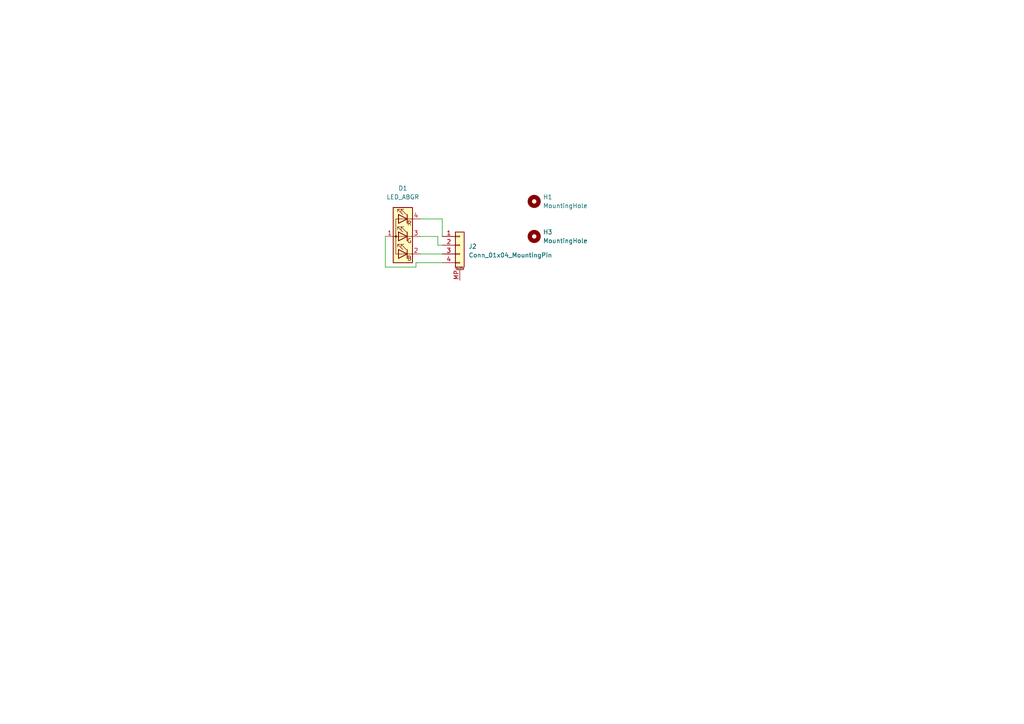
<source format=kicad_sch>
(kicad_sch (version 20231120) (generator "eeschema") (generator_version "8.0")
  (paper "A4")
  (lib_symbols
    (symbol "Connector_Generic_MountingPin:Conn_01x04_MountingPin" (pin_names (offset 1.016) hide)
      (property "Reference" "J" (at 0 5.08 0))
      (property "Value" "Conn_01x04_MountingPin" (at 1.27 -7.62 0))
      (symbol "Conn_01x04_MountingPin_1_1"
        (rectangle (start -1.27 -4.953) (end 0 -5.207) (stroke (width 0.1524)))
        (rectangle (start -1.27 -2.413) (end 0 -2.667) (stroke (width 0.1524)))
        (rectangle (start -1.27 0.127) (end 0 -0.127) (stroke (width 0.1524)))
        (rectangle (start -1.27 2.667) (end 0 2.413) (stroke (width 0.1524)))
        (rectangle (start -1.27 3.81) (end 1.27 -6.35) (stroke (width 0.254)) (fill (type background)))
        (polyline (pts (xy -1.016 -7.112) (xy 1.016 -7.112)) (stroke (width 0.1524)))
        (text "Mounting" (at 0 -6.731 0) (effects (font (size 0.381 0.381))))
        (pin passive line (at -5.08 2.54 0) (length 3.81) (name "Pin_1") (number "1"))
        (pin passive line (at -5.08 0 0) (length 3.81) (name "Pin_2") (number "2"))
        (pin passive line (at -5.08 -2.54 0) (length 3.81) (name "Pin_3") (number "3"))
        (pin passive line (at -5.08 -5.08 0) (length 3.81) (name "Pin_4") (number "4"))
        (pin passive line (at 0 -10.16 90) (length 3.048) (name "MountPin") (number "MP"))
      )
    )
    (symbol "Device:LED_ABGR" (pin_names (offset 0) hide)
      (property "Reference" "D" (at 0 9.398 0))
      (property "Value" "LED_ABGR" (at 0 -8.89 0))
      (symbol "LED_ABGR_0_0"
        (text "B" (at -1.905 -6.35 0) (effects (font (size 1.27 1.27))))
        (text "G" (at -1.905 -1.27 0) (effects (font (size 1.27 1.27))))
        (text "R" (at -1.905 3.81 0) (effects (font (size 1.27 1.27))))
      )
      (symbol "LED_ABGR_0_1"
        (polyline (pts (xy -1.27 -5.08) (xy -2.54 -5.08)))
        (polyline (pts (xy -1.27 -5.08) (xy 1.27 -5.08)))
        (polyline (pts (xy -1.27 -3.81) (xy -1.27 -6.35)) (stroke (width 0.254)))
        (polyline (pts (xy -1.27 0) (xy -2.54 0)))
        (polyline (pts (xy -1.27 1.27) (xy -1.27 -1.27)) (stroke (width 0.254)))
        (polyline (pts (xy -1.27 5.08) (xy -2.54 5.08)))
        (polyline (pts (xy -1.27 5.08) (xy 1.27 5.08)))
        (polyline (pts (xy -1.27 6.35) (xy -1.27 3.81)) (stroke (width 0.254)))
        (polyline (pts (xy 1.27 0) (xy -1.27 0)))
        (polyline (pts (xy 1.27 0) (xy 2.54 0)))
        (polyline (pts (xy -1.27 1.27) (xy -1.27 -1.27) (xy -1.27 -1.27)))
        (polyline (pts (xy -1.27 6.35) (xy -1.27 3.81) (xy -1.27 3.81)))
        (polyline (pts (xy 1.27 -5.08) (xy 2.032 -5.08) (xy 2.032 5.08) (xy 1.27 5.08)))
        (polyline (pts (xy 1.27 -3.81) (xy 1.27 -6.35) (xy -1.27 -5.08) (xy 1.27 -3.81)) (stroke (width 0.254)))
        (polyline (pts (xy 1.27 1.27) (xy 1.27 -1.27) (xy -1.27 0) (xy 1.27 1.27)) (stroke (width 0.254)))
        (polyline (pts (xy 1.27 6.35) (xy 1.27 3.81) (xy -1.27 5.08) (xy 1.27 6.35)) (stroke (width 0.254)))
        (polyline (pts (xy -1.016 -3.81) (xy 0.508 -2.286) (xy -0.254 -2.286) (xy 0.508 -2.286) (xy 0.508 -3.048)))
        (polyline (pts (xy -1.016 1.27) (xy 0.508 2.794) (xy -0.254 2.794) (xy 0.508 2.794) (xy 0.508 2.032)))
        (polyline (pts (xy -1.016 6.35) (xy 0.508 7.874) (xy -0.254 7.874) (xy 0.508 7.874) (xy 0.508 7.112)))
        (polyline (pts (xy 0 -3.81) (xy 1.524 -2.286) (xy 0.762 -2.286) (xy 1.524 -2.286) (xy 1.524 -3.048)))
        (polyline (pts (xy 0 1.27) (xy 1.524 2.794) (xy 0.762 2.794) (xy 1.524 2.794) (xy 1.524 2.032)))
        (polyline (pts (xy 0 6.35) (xy 1.524 7.874) (xy 0.762 7.874) (xy 1.524 7.874) (xy 1.524 7.112)))
        (rectangle (start 1.27 -1.27) (end 1.27 1.27))
        (rectangle (start 1.27 1.27) (end 1.27 1.27))
        (rectangle (start 1.27 3.81) (end 1.27 6.35))
        (rectangle (start 1.27 6.35) (end 1.27 6.35))
        (circle (center 2.032 0) (radius 0.254) (fill (type outline)))
        (rectangle (start 2.794 8.382) (end -2.794 -7.62) (stroke (width 0.254)) (fill (type background)))
      )
      (symbol "LED_ABGR_1_1"
        (pin passive line (at 5.08 0 180) (length 2.54) (name "A") (number "1"))
        (pin passive line (at -5.08 -5.08 0) (length 2.54) (name "BK") (number "2"))
        (pin passive line (at -5.08 0 0) (length 2.54) (name "GK") (number "3"))
        (pin passive line (at -5.08 5.08 0) (length 2.54) (name "RK") (number "4"))
      )
    )
    (symbol "Mechanical:MountingHole" (pin_names (offset 1.016)) (exclude_from_sim yes) (in_bom no)
      (property "Reference" "H" (at 0 5.08 0))
      (property "Value" "MountingHole" (at 0 3.175 0))
      (symbol "MountingHole_0_1"
        (circle (center 0 0) (radius 1.27) (stroke (width 1.27)))
      )
    )
  )
  (wire (pts (xy 121.92 68.58) (xy 127 68.58)))
  (wire (pts (xy 120.65 76.2) (xy 120.65 77.47)))
  (wire (pts (xy 128.27 76.2) (xy 120.65 76.2)))
  (wire (pts (xy 128.27 68.58) (xy 128.27 63.5)))
  (wire (pts (xy 127 68.58) (xy 127 71.12)))
  (wire (pts (xy 128.27 63.5) (xy 121.92 63.5)))
  (wire (pts (xy 121.92 73.66) (xy 128.27 73.66)))
  (wire (pts (xy 111.76 77.47) (xy 111.76 68.58)))
  (wire (pts (xy 120.65 77.47) (xy 111.76 77.47)))
  (wire (pts (xy 127 71.12) (xy 128.27 71.12)))
  (symbol (lib_id "Device:LED_ABGR") (at 116.84 68.58 0) (mirror y) (unit 1)
    (property "Reference" "D1" (at 116.84 54.61 0))
    (property "Value" "LED_ABGR" (at 116.84 57.15 0))
    (property "Footprint" "LED_THT:LED_D5.0mm-4_RGB" (effects (hide yes)))
    (property "Description" "RGB LED, anode/blue/green/red" (effects (hide yes)))
  )
  (symbol (lib_id "Mechanical:MountingHole") (at 154.94 58.42 0) (unit 1) (exclude_from_sim yes) (in_bom no)
    (property "Reference" "H1" (at 157.48 57.1499 0) (effects (justify left)))
    (property "Value" "MountingHole" (at 157.48 59.6899 0) (effects (justify left)))
    (property "Footprint" "MountingHole:MountingHole_4.3mm_M4" (effects (hide yes)))
    (property "Description" "Mounting Hole without connection" (effects (hide yes)))
  )
  (symbol (lib_id "Mechanical:MountingHole") (at 154.94 68.58 0) (unit 1) (exclude_from_sim yes) (in_bom no)
    (property "Reference" "H3" (at 157.48 67.3099 0) (effects (justify left)))
    (property "Value" "MountingHole" (at 157.48 69.8499 0) (effects (justify left)))
    (property "Footprint" "MountingHole:MountingHole_4.3mm_M4" (effects (hide yes)))
    (property "Description" "Mounting Hole without connection" (effects (hide yes)))
  )
  (symbol (lib_id "Connector_Generic_MountingPin:Conn_01x04_MountingPin") (at 133.35 71.12 0) (unit 1)
    (property "Reference" "J2" (at 135.89 71.4755 0) (effects (justify left)))
    (property "Value" "Conn_01x04_MountingPin" (at 135.89 74.0155 0) (effects (justify left)))
    (property "Footprint" "Connector_FFC-FPC:TE_84952-4_1x04-1MP_P1.0mm_Horizontal" (effects (hide yes)))
    (property "Description" "Generic connectable mounting pin connector, single row, 01x04, script generated (kicad-library-utils/schlib/autogen/connector/)" (effects (hide yes)))
  )
)
</source>
